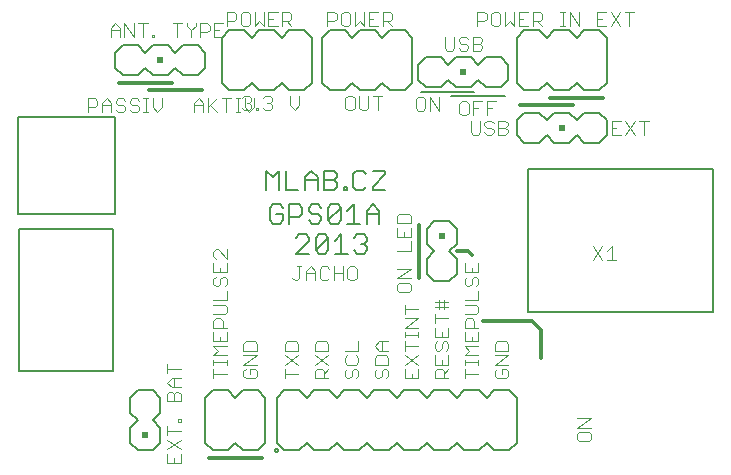
<source format=gbr>
G75*
G70*
%OFA0B0*%
%FSLAX24Y24*%
%IPPOS*%
%LPD*%
%AMOC8*
5,1,8,0,0,1.08239X$1,22.5*
%
%ADD10C,0.0040*%
%ADD11C,0.0120*%
%ADD12C,0.0060*%
%ADD13C,0.0079*%
%ADD14C,0.0050*%
%ADD15R,0.0200X0.0200*%
D10*
X014551Y000855D02*
X015011Y000855D01*
X015011Y001162D01*
X015011Y001315D02*
X014551Y001622D01*
X014551Y001776D02*
X014551Y002083D01*
X014551Y001929D02*
X015011Y001929D01*
X015011Y002236D02*
X014934Y002236D01*
X014934Y002313D01*
X015011Y002313D01*
X015011Y002236D01*
X015011Y001622D02*
X014551Y001315D01*
X014551Y001162D02*
X014551Y000855D01*
X014781Y000855D02*
X014781Y001008D01*
X014781Y002927D02*
X014781Y003157D01*
X014858Y003234D01*
X014934Y003234D01*
X015011Y003157D01*
X015011Y002927D01*
X014551Y002927D01*
X014551Y003157D01*
X014627Y003234D01*
X014704Y003234D01*
X014781Y003157D01*
X014781Y003387D02*
X014781Y003694D01*
X014704Y003694D02*
X015011Y003694D01*
X015011Y003387D02*
X014704Y003387D01*
X014551Y003541D01*
X014704Y003694D01*
X014551Y003848D02*
X014551Y004154D01*
X014551Y004001D02*
X015011Y004001D01*
X016101Y003987D02*
X016101Y003680D01*
X016101Y003833D02*
X016561Y003833D01*
X016561Y004140D02*
X016561Y004294D01*
X016561Y004217D02*
X016101Y004217D01*
X016101Y004140D02*
X016101Y004294D01*
X016101Y004447D02*
X016254Y004601D01*
X016101Y004754D01*
X016561Y004754D01*
X016561Y004908D02*
X016101Y004908D01*
X016101Y005215D01*
X016101Y005368D02*
X016101Y005598D01*
X016177Y005675D01*
X016331Y005675D01*
X016408Y005598D01*
X016408Y005368D01*
X016561Y005368D02*
X016101Y005368D01*
X016331Y005061D02*
X016331Y004908D01*
X016561Y004908D02*
X016561Y005215D01*
X017101Y004831D02*
X017101Y004601D01*
X017561Y004601D01*
X017561Y004831D01*
X017484Y004908D01*
X017177Y004908D01*
X017101Y004831D01*
X017101Y004447D02*
X017561Y004447D01*
X017101Y004140D01*
X017561Y004140D01*
X017484Y003987D02*
X017331Y003987D01*
X017331Y003833D01*
X017484Y003680D02*
X017177Y003680D01*
X017101Y003757D01*
X017101Y003910D01*
X017177Y003987D01*
X017484Y003987D02*
X017561Y003910D01*
X017561Y003757D01*
X017484Y003680D01*
X018476Y003680D02*
X018476Y003987D01*
X018476Y004140D02*
X018936Y004447D01*
X018936Y004601D02*
X018476Y004601D01*
X018476Y004831D01*
X018552Y004908D01*
X018859Y004908D01*
X018936Y004831D01*
X018936Y004601D01*
X018936Y004140D02*
X018476Y004447D01*
X018476Y003833D02*
X018936Y003833D01*
X019476Y003910D02*
X019476Y003680D01*
X019936Y003680D01*
X019783Y003680D02*
X019783Y003910D01*
X019706Y003987D01*
X019552Y003987D01*
X019476Y003910D01*
X019476Y004140D02*
X019936Y004447D01*
X019936Y004601D02*
X019476Y004601D01*
X019476Y004831D01*
X019552Y004908D01*
X019859Y004908D01*
X019936Y004831D01*
X019936Y004601D01*
X019936Y004140D02*
X019476Y004447D01*
X019936Y003987D02*
X019783Y003833D01*
X020476Y003757D02*
X020552Y003680D01*
X020629Y003680D01*
X020706Y003757D01*
X020706Y003910D01*
X020783Y003987D01*
X020859Y003987D01*
X020936Y003910D01*
X020936Y003757D01*
X020859Y003680D01*
X020476Y003757D02*
X020476Y003910D01*
X020552Y003987D01*
X020552Y004140D02*
X020859Y004140D01*
X020936Y004217D01*
X020936Y004371D01*
X020859Y004447D01*
X020936Y004601D02*
X020476Y004601D01*
X020552Y004447D02*
X020476Y004371D01*
X020476Y004217D01*
X020552Y004140D01*
X020936Y004601D02*
X020936Y004908D01*
X021476Y004754D02*
X021629Y004908D01*
X021936Y004908D01*
X021706Y004908D02*
X021706Y004601D01*
X021629Y004601D02*
X021936Y004601D01*
X021859Y004447D02*
X021552Y004447D01*
X021476Y004371D01*
X021476Y004140D01*
X021936Y004140D01*
X021936Y004371D01*
X021859Y004447D01*
X021629Y004601D02*
X021476Y004754D01*
X021552Y003987D02*
X021476Y003910D01*
X021476Y003757D01*
X021552Y003680D01*
X021629Y003680D01*
X021706Y003757D01*
X021706Y003910D01*
X021783Y003987D01*
X021859Y003987D01*
X021936Y003910D01*
X021936Y003757D01*
X021859Y003680D01*
X022476Y003680D02*
X022476Y003987D01*
X022476Y004140D02*
X022936Y004447D01*
X022936Y004140D02*
X022476Y004447D01*
X022476Y004601D02*
X022476Y004908D01*
X022476Y005061D02*
X022476Y005215D01*
X022476Y005138D02*
X022936Y005138D01*
X022936Y005061D02*
X022936Y005215D01*
X022936Y005368D02*
X022476Y005368D01*
X022936Y005675D01*
X022476Y005675D01*
X022476Y005828D02*
X022476Y006135D01*
X022476Y005982D02*
X022936Y005982D01*
X023476Y006059D02*
X023936Y006059D01*
X023936Y006212D02*
X023476Y006212D01*
X023629Y006212D02*
X023629Y006289D01*
X023629Y006212D02*
X023629Y005982D01*
X023783Y005982D02*
X023783Y006289D01*
X024476Y006289D02*
X024936Y006289D01*
X024936Y006596D01*
X024859Y006749D02*
X024936Y006826D01*
X024936Y006979D01*
X024859Y007056D01*
X024783Y007056D01*
X024706Y006979D01*
X024706Y006826D01*
X024629Y006749D01*
X024552Y006749D01*
X024476Y006826D01*
X024476Y006979D01*
X024552Y007056D01*
X024476Y007210D02*
X024936Y007210D01*
X024936Y007517D01*
X024706Y007363D02*
X024706Y007210D01*
X024476Y007210D02*
X024476Y007517D01*
X022686Y007322D02*
X022226Y007322D01*
X022226Y007015D02*
X022686Y007322D01*
X022686Y007015D02*
X022226Y007015D01*
X022302Y006862D02*
X022226Y006785D01*
X022226Y006632D01*
X022302Y006555D01*
X022609Y006555D01*
X022686Y006632D01*
X022686Y006785D01*
X022609Y006862D01*
X022302Y006862D01*
X020874Y007032D02*
X020874Y007339D01*
X020798Y007415D01*
X020644Y007415D01*
X020568Y007339D01*
X020568Y007032D01*
X020644Y006955D01*
X020798Y006955D01*
X020874Y007032D01*
X020414Y006955D02*
X020414Y007415D01*
X020414Y007185D02*
X020107Y007185D01*
X019954Y007032D02*
X019877Y006955D01*
X019723Y006955D01*
X019647Y007032D01*
X019647Y007339D01*
X019723Y007415D01*
X019877Y007415D01*
X019954Y007339D01*
X020107Y007415D02*
X020107Y006955D01*
X019493Y006955D02*
X019493Y007262D01*
X019340Y007415D01*
X019186Y007262D01*
X019186Y006955D01*
X019186Y007185D02*
X019493Y007185D01*
X019033Y007415D02*
X018879Y007415D01*
X018956Y007415D02*
X018956Y007032D01*
X018879Y006955D01*
X018803Y006955D01*
X018726Y007032D01*
X016561Y006979D02*
X016561Y006826D01*
X016484Y006749D01*
X016561Y006596D02*
X016561Y006289D01*
X016101Y006289D01*
X016101Y006135D02*
X016484Y006135D01*
X016561Y006059D01*
X016561Y005905D01*
X016484Y005828D01*
X016101Y005828D01*
X016177Y006749D02*
X016254Y006749D01*
X016331Y006826D01*
X016331Y006979D01*
X016408Y007056D01*
X016484Y007056D01*
X016561Y006979D01*
X016561Y007210D02*
X016101Y007210D01*
X016101Y007517D01*
X016177Y007670D02*
X016101Y007747D01*
X016101Y007900D01*
X016177Y007977D01*
X016254Y007977D01*
X016561Y007670D01*
X016561Y007977D01*
X016561Y007517D02*
X016561Y007210D01*
X016331Y007210D02*
X016331Y007363D01*
X016177Y007056D02*
X016101Y006979D01*
X016101Y006826D01*
X016177Y006749D01*
X016101Y004447D02*
X016561Y004447D01*
X022226Y007936D02*
X022686Y007936D01*
X022686Y008243D01*
X022686Y008397D02*
X022686Y008703D01*
X022686Y008857D02*
X022686Y009087D01*
X022609Y009164D01*
X022302Y009164D01*
X022226Y009087D01*
X022226Y008857D01*
X022686Y008857D01*
X022456Y008550D02*
X022456Y008397D01*
X022226Y008397D02*
X022686Y008397D01*
X022226Y008397D02*
X022226Y008703D01*
X024476Y006135D02*
X024859Y006135D01*
X024936Y006059D01*
X024936Y005905D01*
X024859Y005828D01*
X024476Y005828D01*
X024552Y005675D02*
X024706Y005675D01*
X024783Y005598D01*
X024783Y005368D01*
X024936Y005368D02*
X024476Y005368D01*
X024476Y005598D01*
X024552Y005675D01*
X023936Y005675D02*
X023476Y005675D01*
X023476Y005522D02*
X023476Y005828D01*
X023476Y005368D02*
X023476Y005061D01*
X023936Y005061D01*
X023936Y005368D01*
X023706Y005215D02*
X023706Y005061D01*
X023783Y004908D02*
X023859Y004908D01*
X023936Y004831D01*
X023936Y004678D01*
X023859Y004601D01*
X023706Y004678D02*
X023706Y004831D01*
X023783Y004908D01*
X023552Y004908D02*
X023476Y004831D01*
X023476Y004678D01*
X023552Y004601D01*
X023629Y004601D01*
X023706Y004678D01*
X023936Y004447D02*
X023936Y004140D01*
X023476Y004140D01*
X023476Y004447D01*
X023706Y004294D02*
X023706Y004140D01*
X023706Y003987D02*
X023783Y003910D01*
X023783Y003680D01*
X023936Y003680D02*
X023476Y003680D01*
X023476Y003910D01*
X023552Y003987D01*
X023706Y003987D01*
X023783Y003833D02*
X023936Y003987D01*
X024476Y003987D02*
X024476Y003680D01*
X024476Y003833D02*
X024936Y003833D01*
X024936Y004140D02*
X024936Y004294D01*
X024936Y004217D02*
X024476Y004217D01*
X024476Y004140D02*
X024476Y004294D01*
X024476Y004447D02*
X024629Y004601D01*
X024476Y004754D01*
X024936Y004754D01*
X024936Y004908D02*
X024476Y004908D01*
X024476Y005215D01*
X024706Y005061D02*
X024706Y004908D01*
X024936Y004908D02*
X024936Y005215D01*
X025476Y004831D02*
X025476Y004601D01*
X025936Y004601D01*
X025936Y004831D01*
X025859Y004908D01*
X025552Y004908D01*
X025476Y004831D01*
X025476Y004447D02*
X025936Y004447D01*
X025476Y004140D01*
X025936Y004140D01*
X025859Y003987D02*
X025706Y003987D01*
X025706Y003833D01*
X025859Y003680D02*
X025936Y003757D01*
X025936Y003910D01*
X025859Y003987D01*
X025552Y003987D02*
X025476Y003910D01*
X025476Y003757D01*
X025552Y003680D01*
X025859Y003680D01*
X024936Y004447D02*
X024476Y004447D01*
X022936Y004754D02*
X022476Y004754D01*
X022936Y003987D02*
X022936Y003680D01*
X022476Y003680D01*
X022706Y003680D02*
X022706Y003833D01*
X028226Y002347D02*
X028686Y002347D01*
X028226Y002040D01*
X028686Y002040D01*
X028609Y001887D02*
X028686Y001810D01*
X028686Y001657D01*
X028609Y001580D01*
X028302Y001580D01*
X028226Y001657D01*
X028226Y001810D01*
X028302Y001887D01*
X028609Y001887D01*
X028760Y007619D02*
X029067Y008079D01*
X029221Y007926D02*
X029374Y008079D01*
X029374Y007619D01*
X029221Y007619D02*
X029528Y007619D01*
X029067Y007619D02*
X028760Y008079D01*
X029376Y011805D02*
X029683Y011805D01*
X029836Y011805D02*
X030143Y012265D01*
X030297Y012265D02*
X030604Y012265D01*
X030450Y012265D02*
X030450Y011805D01*
X030143Y011805D02*
X029836Y012265D01*
X029683Y012265D02*
X029376Y012265D01*
X029376Y011805D01*
X029376Y012035D02*
X029529Y012035D01*
X025904Y011958D02*
X025904Y011882D01*
X025827Y011805D01*
X025597Y011805D01*
X025597Y012265D01*
X025827Y012265D01*
X025904Y012189D01*
X025904Y012112D01*
X025827Y012035D01*
X025597Y012035D01*
X025443Y011958D02*
X025443Y011882D01*
X025367Y011805D01*
X025213Y011805D01*
X025136Y011882D01*
X024983Y011882D02*
X024983Y012265D01*
X025136Y012189D02*
X025136Y012112D01*
X025213Y012035D01*
X025367Y012035D01*
X025443Y011958D01*
X025443Y012189D02*
X025367Y012265D01*
X025213Y012265D01*
X025136Y012189D01*
X025222Y012455D02*
X025222Y012915D01*
X025529Y012915D01*
X025375Y012685D02*
X025222Y012685D01*
X025068Y012915D02*
X024761Y012915D01*
X024761Y012455D01*
X024608Y012532D02*
X024608Y012839D01*
X024531Y012915D01*
X024378Y012915D01*
X024301Y012839D01*
X024301Y012532D01*
X024378Y012455D01*
X024531Y012455D01*
X024608Y012532D01*
X024761Y012685D02*
X024915Y012685D01*
X024676Y012265D02*
X024676Y011882D01*
X024753Y011805D01*
X024906Y011805D01*
X024983Y011882D01*
X025827Y012035D02*
X025904Y011958D01*
X023618Y012605D02*
X023618Y013065D01*
X023311Y013065D02*
X023618Y012605D01*
X023311Y012605D02*
X023311Y013065D01*
X023158Y012989D02*
X023081Y013065D01*
X022928Y013065D01*
X022851Y012989D01*
X022851Y012682D01*
X022928Y012605D01*
X023081Y012605D01*
X023158Y012682D01*
X023158Y012989D01*
X021729Y013090D02*
X021422Y013090D01*
X021575Y013090D02*
X021575Y012630D01*
X021268Y012707D02*
X021268Y013090D01*
X020961Y013090D02*
X020961Y012707D01*
X021038Y012630D01*
X021192Y012630D01*
X021268Y012707D01*
X020808Y012707D02*
X020808Y013014D01*
X020731Y013090D01*
X020578Y013090D01*
X020501Y013014D01*
X020501Y012707D01*
X020578Y012630D01*
X020731Y012630D01*
X020808Y012707D01*
X018969Y012783D02*
X018816Y012630D01*
X018662Y012783D01*
X018662Y013090D01*
X018969Y013090D02*
X018969Y012783D01*
X018048Y012783D02*
X018048Y012707D01*
X017972Y012630D01*
X017818Y012630D01*
X017742Y012707D01*
X017588Y012707D02*
X017588Y012630D01*
X017511Y012630D01*
X017511Y012707D01*
X017588Y012707D01*
X017451Y012708D02*
X017451Y013015D01*
X017358Y013014D02*
X017358Y012937D01*
X017281Y012860D01*
X017358Y012783D01*
X017358Y012707D01*
X017281Y012630D01*
X017128Y012630D01*
X017051Y012707D01*
X017144Y012708D02*
X017297Y012555D01*
X017451Y012708D01*
X017281Y012860D02*
X017204Y012860D01*
X017144Y012708D02*
X017144Y013015D01*
X017128Y013090D02*
X017281Y013090D01*
X017358Y013014D01*
X017128Y013090D02*
X017051Y013014D01*
X016990Y013015D02*
X016837Y013015D01*
X016914Y013015D02*
X016914Y012555D01*
X016990Y012555D02*
X016837Y012555D01*
X016530Y012555D02*
X016530Y013015D01*
X016683Y013015D02*
X016376Y013015D01*
X016223Y013015D02*
X015916Y012708D01*
X015993Y012785D02*
X016223Y012555D01*
X015916Y012555D02*
X015916Y013015D01*
X015763Y012862D02*
X015763Y012555D01*
X015763Y012785D02*
X015456Y012785D01*
X015456Y012862D02*
X015609Y013015D01*
X015763Y012862D01*
X015456Y012862D02*
X015456Y012555D01*
X014381Y012708D02*
X014381Y013015D01*
X014074Y013015D02*
X014074Y012708D01*
X014228Y012555D01*
X014381Y012708D01*
X013921Y012555D02*
X013768Y012555D01*
X013844Y012555D02*
X013844Y013015D01*
X013768Y013015D02*
X013921Y013015D01*
X013614Y012939D02*
X013537Y013015D01*
X013384Y013015D01*
X013307Y012939D01*
X013307Y012862D01*
X013384Y012785D01*
X013537Y012785D01*
X013614Y012708D01*
X013614Y012632D01*
X013537Y012555D01*
X013384Y012555D01*
X013307Y012632D01*
X013154Y012632D02*
X013077Y012555D01*
X012923Y012555D01*
X012847Y012632D01*
X012923Y012785D02*
X013077Y012785D01*
X013154Y012708D01*
X013154Y012632D01*
X012923Y012785D02*
X012847Y012862D01*
X012847Y012939D01*
X012923Y013015D01*
X013077Y013015D01*
X013154Y012939D01*
X012693Y012862D02*
X012693Y012555D01*
X012693Y012785D02*
X012386Y012785D01*
X012386Y012862D02*
X012540Y013015D01*
X012693Y012862D01*
X012386Y012862D02*
X012386Y012555D01*
X012233Y012785D02*
X012156Y012708D01*
X011926Y012708D01*
X011926Y012555D02*
X011926Y013015D01*
X012156Y013015D01*
X012233Y012939D01*
X012233Y012785D01*
X012676Y015055D02*
X012676Y015362D01*
X012829Y015515D01*
X012983Y015362D01*
X012983Y015055D01*
X013136Y015055D02*
X013136Y015515D01*
X013443Y015055D01*
X013443Y015515D01*
X013597Y015515D02*
X013904Y015515D01*
X013750Y015515D02*
X013750Y015055D01*
X014057Y015055D02*
X014134Y015055D01*
X014134Y015132D01*
X014057Y015132D01*
X014057Y015055D01*
X014748Y015515D02*
X015055Y015515D01*
X015208Y015515D02*
X015208Y015439D01*
X015362Y015285D01*
X015362Y015055D01*
X015362Y015285D02*
X015515Y015439D01*
X015515Y015515D01*
X015669Y015515D02*
X015899Y015515D01*
X015975Y015439D01*
X015975Y015285D01*
X015899Y015208D01*
X015669Y015208D01*
X015669Y015055D02*
X015669Y015515D01*
X016129Y015515D02*
X016129Y015055D01*
X016436Y015055D01*
X016282Y015285D02*
X016129Y015285D01*
X016129Y015515D02*
X016436Y015515D01*
X016551Y015583D02*
X016781Y015583D01*
X016858Y015660D01*
X016858Y015814D01*
X016781Y015890D01*
X016551Y015890D01*
X016551Y015430D01*
X017011Y015507D02*
X017011Y015814D01*
X017088Y015890D01*
X017242Y015890D01*
X017318Y015814D01*
X017318Y015507D01*
X017242Y015430D01*
X017088Y015430D01*
X017011Y015507D01*
X017472Y015430D02*
X017625Y015583D01*
X017779Y015430D01*
X017779Y015890D01*
X017932Y015890D02*
X017932Y015430D01*
X018239Y015430D01*
X018393Y015430D02*
X018393Y015890D01*
X018623Y015890D01*
X018699Y015814D01*
X018699Y015660D01*
X018623Y015583D01*
X018393Y015583D01*
X018546Y015583D02*
X018699Y015430D01*
X018086Y015660D02*
X017932Y015660D01*
X017932Y015890D02*
X018239Y015890D01*
X017472Y015890D02*
X017472Y015430D01*
X019901Y015430D02*
X019901Y015890D01*
X020131Y015890D01*
X020208Y015814D01*
X020208Y015660D01*
X020131Y015583D01*
X019901Y015583D01*
X020361Y015507D02*
X020438Y015430D01*
X020592Y015430D01*
X020668Y015507D01*
X020668Y015814D01*
X020592Y015890D01*
X020438Y015890D01*
X020361Y015814D01*
X020361Y015507D01*
X020822Y015430D02*
X020975Y015583D01*
X021129Y015430D01*
X021129Y015890D01*
X021282Y015890D02*
X021282Y015430D01*
X021589Y015430D01*
X021743Y015430D02*
X021743Y015890D01*
X021973Y015890D01*
X022049Y015814D01*
X022049Y015660D01*
X021973Y015583D01*
X021743Y015583D01*
X021896Y015583D02*
X022049Y015430D01*
X021436Y015660D02*
X021282Y015660D01*
X021282Y015890D02*
X021589Y015890D01*
X020822Y015890D02*
X020822Y015430D01*
X023820Y015065D02*
X023820Y014682D01*
X023897Y014605D01*
X024050Y014605D01*
X024127Y014682D01*
X024127Y015065D01*
X024280Y014989D02*
X024280Y014912D01*
X024357Y014835D01*
X024510Y014835D01*
X024587Y014758D01*
X024587Y014682D01*
X024510Y014605D01*
X024357Y014605D01*
X024280Y014682D01*
X024280Y014989D02*
X024357Y015065D01*
X024510Y015065D01*
X024587Y014989D01*
X024741Y015065D02*
X024971Y015065D01*
X025048Y014989D01*
X025048Y014912D01*
X024971Y014835D01*
X024741Y014835D01*
X024971Y014835D02*
X025048Y014758D01*
X025048Y014682D01*
X024971Y014605D01*
X024741Y014605D01*
X024741Y015065D01*
X024901Y015430D02*
X024901Y015890D01*
X025131Y015890D01*
X025208Y015814D01*
X025208Y015660D01*
X025131Y015583D01*
X024901Y015583D01*
X025361Y015507D02*
X025438Y015430D01*
X025592Y015430D01*
X025668Y015507D01*
X025668Y015814D01*
X025592Y015890D01*
X025438Y015890D01*
X025361Y015814D01*
X025361Y015507D01*
X025822Y015430D02*
X025975Y015583D01*
X026129Y015430D01*
X026129Y015890D01*
X026282Y015890D02*
X026282Y015430D01*
X026589Y015430D01*
X026743Y015430D02*
X026743Y015890D01*
X026973Y015890D01*
X027049Y015814D01*
X027049Y015660D01*
X026973Y015583D01*
X026743Y015583D01*
X026896Y015583D02*
X027049Y015430D01*
X027663Y015430D02*
X027817Y015430D01*
X027740Y015430D02*
X027740Y015890D01*
X027663Y015890D02*
X027817Y015890D01*
X027970Y015890D02*
X028277Y015430D01*
X028277Y015890D01*
X027970Y015890D02*
X027970Y015430D01*
X028891Y015430D02*
X028891Y015890D01*
X029198Y015890D01*
X029351Y015890D02*
X029658Y015430D01*
X029351Y015430D02*
X029658Y015890D01*
X029812Y015890D02*
X030119Y015890D01*
X029965Y015890D02*
X029965Y015430D01*
X029198Y015430D02*
X028891Y015430D01*
X028891Y015660D02*
X029045Y015660D01*
X026589Y015890D02*
X026282Y015890D01*
X026282Y015660D02*
X026436Y015660D01*
X025822Y015890D02*
X025822Y015430D01*
X018048Y013014D02*
X018048Y012937D01*
X017972Y012860D01*
X018048Y012783D01*
X017972Y012860D02*
X017895Y012860D01*
X017742Y013014D02*
X017818Y013090D01*
X017972Y013090D01*
X018048Y013014D01*
X014901Y015055D02*
X014901Y015515D01*
X012983Y015285D02*
X012676Y015285D01*
D11*
X012956Y013535D02*
X014706Y013535D01*
X013956Y013285D02*
X015706Y013285D01*
X022956Y008785D02*
X022956Y007035D01*
X024206Y007910D02*
X024581Y007910D01*
X024706Y007785D01*
X025081Y005585D02*
X026731Y005585D01*
X027031Y005285D01*
X027031Y004360D01*
X017706Y001035D02*
X015956Y001035D01*
X026331Y012785D02*
X028081Y012785D01*
X027331Y013035D02*
X029081Y013035D01*
D12*
X028956Y013285D02*
X029206Y013535D01*
X029206Y015035D01*
X028956Y015285D01*
X028456Y015285D01*
X028206Y015035D01*
X027956Y015285D01*
X027456Y015285D01*
X027206Y015035D01*
X026956Y015285D01*
X026456Y015285D01*
X026206Y015035D01*
X026206Y013535D01*
X026456Y013285D01*
X026956Y013285D01*
X027206Y013535D01*
X027456Y013285D01*
X027956Y013285D01*
X028206Y013535D01*
X028456Y013285D01*
X028956Y013285D01*
X028956Y012535D02*
X028456Y012535D01*
X028206Y012285D01*
X027956Y012535D01*
X027456Y012535D01*
X027206Y012285D01*
X026956Y012535D01*
X026456Y012535D01*
X026206Y012285D01*
X026206Y011785D01*
X026456Y011535D01*
X026956Y011535D01*
X027206Y011785D01*
X027456Y011535D01*
X027956Y011535D01*
X028206Y011785D01*
X028456Y011535D01*
X028956Y011535D01*
X029206Y011785D01*
X029206Y012285D01*
X028956Y012535D01*
X025931Y013635D02*
X025681Y013385D01*
X025181Y013385D01*
X024931Y013635D01*
X024681Y013385D01*
X024181Y013385D01*
X023931Y013635D01*
X023681Y013385D01*
X023181Y013385D01*
X022931Y013635D01*
X022931Y014135D01*
X023181Y014385D01*
X023681Y014385D01*
X023931Y014135D01*
X024181Y014385D01*
X024681Y014385D01*
X024931Y014135D01*
X025181Y014385D01*
X025681Y014385D01*
X025931Y014135D01*
X025931Y013635D01*
X022731Y013535D02*
X022481Y013285D01*
X021981Y013285D01*
X021731Y013535D01*
X021481Y013285D01*
X020981Y013285D01*
X020731Y013535D01*
X020481Y013285D01*
X019981Y013285D01*
X019731Y013535D01*
X019731Y015035D01*
X019981Y015285D01*
X020481Y015285D01*
X020731Y015035D01*
X020981Y015285D01*
X021481Y015285D01*
X021731Y015035D01*
X021981Y015285D01*
X022481Y015285D01*
X022731Y015035D01*
X022731Y013535D01*
X019381Y013535D02*
X019381Y015035D01*
X019131Y015285D01*
X018631Y015285D01*
X018381Y015035D01*
X018131Y015285D01*
X017631Y015285D01*
X017381Y015035D01*
X017131Y015285D01*
X016631Y015285D01*
X016381Y015035D01*
X016381Y013535D01*
X016631Y013285D01*
X017131Y013285D01*
X017381Y013535D01*
X017631Y013285D01*
X018131Y013285D01*
X018381Y013535D01*
X018631Y013285D01*
X019131Y013285D01*
X019381Y013535D01*
X015831Y014035D02*
X015831Y014535D01*
X015581Y014785D01*
X015081Y014785D01*
X014831Y014535D01*
X014581Y014785D01*
X014081Y014785D01*
X013831Y014535D01*
X013581Y014785D01*
X013081Y014785D01*
X012831Y014535D01*
X012831Y014035D01*
X013081Y013785D01*
X013581Y013785D01*
X013831Y014035D01*
X014081Y013785D01*
X014581Y013785D01*
X014831Y014035D01*
X015081Y013785D01*
X015581Y013785D01*
X015831Y014035D01*
X017861Y010606D02*
X018074Y010392D01*
X018288Y010606D01*
X018288Y009965D01*
X018506Y009965D02*
X018933Y009965D01*
X019150Y009965D02*
X019150Y010392D01*
X019364Y010606D01*
X019577Y010392D01*
X019577Y009965D01*
X019795Y009965D02*
X020115Y009965D01*
X020222Y010072D01*
X020222Y010179D01*
X020115Y010285D01*
X019795Y010285D01*
X019577Y010285D02*
X019150Y010285D01*
X018506Y010606D02*
X018506Y009965D01*
X018631Y009481D02*
X018951Y009481D01*
X019058Y009374D01*
X019058Y009160D01*
X018951Y009054D01*
X018631Y009054D01*
X018631Y008840D02*
X018631Y009481D01*
X018413Y009374D02*
X018306Y009481D01*
X018093Y009481D01*
X017986Y009374D01*
X017986Y008947D01*
X018093Y008840D01*
X018306Y008840D01*
X018413Y008947D01*
X018413Y009160D01*
X018199Y009160D01*
X018968Y008481D02*
X018861Y008374D01*
X018968Y008481D02*
X019181Y008481D01*
X019288Y008374D01*
X019288Y008267D01*
X018861Y007840D01*
X019288Y007840D01*
X019506Y007947D02*
X019933Y008374D01*
X019933Y007947D01*
X019826Y007840D01*
X019612Y007840D01*
X019506Y007947D01*
X019506Y008374D01*
X019612Y008481D01*
X019826Y008481D01*
X019933Y008374D01*
X020150Y008267D02*
X020364Y008481D01*
X020364Y007840D01*
X020577Y007840D02*
X020150Y007840D01*
X020795Y007947D02*
X020901Y007840D01*
X021115Y007840D01*
X021222Y007947D01*
X021222Y008054D01*
X021115Y008160D01*
X021008Y008160D01*
X021115Y008160D02*
X021222Y008267D01*
X021222Y008374D01*
X021115Y008481D01*
X020901Y008481D01*
X020795Y008374D01*
X020778Y008840D02*
X020778Y009481D01*
X020564Y009267D01*
X020347Y009374D02*
X019920Y008947D01*
X020026Y008840D01*
X020240Y008840D01*
X020347Y008947D01*
X020347Y009374D01*
X020240Y009481D01*
X020026Y009481D01*
X019920Y009374D01*
X019920Y008947D01*
X019702Y008947D02*
X019595Y008840D01*
X019382Y008840D01*
X019275Y008947D01*
X019382Y009160D02*
X019595Y009160D01*
X019702Y009054D01*
X019702Y008947D01*
X019382Y009160D02*
X019275Y009267D01*
X019275Y009374D01*
X019382Y009481D01*
X019595Y009481D01*
X019702Y009374D01*
X020564Y008840D02*
X020991Y008840D01*
X021209Y008840D02*
X021209Y009267D01*
X021422Y009481D01*
X021636Y009267D01*
X021636Y008840D01*
X021636Y009160D02*
X021209Y009160D01*
X021082Y009965D02*
X020868Y009965D01*
X020761Y010072D01*
X020761Y010499D01*
X020868Y010606D01*
X021082Y010606D01*
X021188Y010499D01*
X021406Y010606D02*
X021833Y010606D01*
X021833Y010499D01*
X021406Y010072D01*
X021406Y009965D01*
X021833Y009965D01*
X021188Y010072D02*
X021082Y009965D01*
X020546Y009965D02*
X020439Y009965D01*
X020439Y010072D01*
X020546Y010072D01*
X020546Y009965D01*
X020222Y010392D02*
X020115Y010285D01*
X020222Y010392D02*
X020222Y010499D01*
X020115Y010606D01*
X019795Y010606D01*
X019795Y009965D01*
X017861Y009965D02*
X017861Y010606D01*
X023206Y008660D02*
X023206Y008160D01*
X023456Y007910D01*
X023206Y007660D01*
X023206Y007160D01*
X023456Y006910D01*
X023956Y006910D01*
X024206Y007160D01*
X024206Y007660D01*
X023956Y007910D01*
X024206Y008160D01*
X024206Y008660D01*
X023956Y008910D01*
X023456Y008910D01*
X023206Y008660D01*
X023456Y003285D02*
X023956Y003285D01*
X024206Y003035D01*
X024456Y003285D01*
X024956Y003285D01*
X025206Y003035D01*
X025456Y003285D01*
X025956Y003285D01*
X026206Y003035D01*
X026206Y001535D01*
X025956Y001285D01*
X025456Y001285D01*
X025206Y001535D01*
X024956Y001285D01*
X024456Y001285D01*
X024206Y001535D01*
X023956Y001285D01*
X023456Y001285D01*
X023206Y001535D01*
X022956Y001285D01*
X022456Y001285D01*
X022206Y001535D01*
X021956Y001285D01*
X021456Y001285D01*
X021206Y001535D01*
X020956Y001285D01*
X020456Y001285D01*
X020206Y001535D01*
X019956Y001285D01*
X019456Y001285D01*
X019206Y001535D01*
X018956Y001285D01*
X018456Y001285D01*
X018206Y001535D01*
X018206Y003035D01*
X018456Y003285D01*
X018956Y003285D01*
X019206Y003035D01*
X019456Y003285D01*
X019956Y003285D01*
X020206Y003035D01*
X020456Y003285D01*
X020956Y003285D01*
X021206Y003035D01*
X021456Y003285D01*
X021956Y003285D01*
X022206Y003035D01*
X022456Y003285D01*
X022956Y003285D01*
X023206Y003035D01*
X023456Y003285D01*
X017831Y003035D02*
X017831Y001535D01*
X017581Y001285D01*
X017081Y001285D01*
X016831Y001535D01*
X016581Y001285D01*
X016081Y001285D01*
X015831Y001535D01*
X015831Y003035D01*
X016081Y003285D01*
X016581Y003285D01*
X016831Y003035D01*
X017081Y003285D01*
X017581Y003285D01*
X017831Y003035D01*
X014331Y003035D02*
X014331Y002535D01*
X014081Y002285D01*
X014331Y002035D01*
X014331Y001535D01*
X014081Y001285D01*
X013581Y001285D01*
X013331Y001535D01*
X013331Y002035D01*
X013581Y002285D01*
X013331Y002535D01*
X013331Y003035D01*
X013581Y003285D01*
X014081Y003285D01*
X014331Y003035D01*
D13*
X024031Y013085D02*
X025831Y013085D01*
X024781Y013235D02*
X023031Y013235D01*
D14*
X009606Y008647D02*
X009606Y003923D01*
X012755Y003923D01*
X012755Y008647D01*
X009606Y008647D01*
X009592Y009171D02*
X009592Y012399D01*
X012820Y012399D01*
X012820Y009171D01*
X009592Y009171D01*
X018156Y001285D02*
X018158Y001298D01*
X018163Y001311D01*
X018172Y001322D01*
X018183Y001329D01*
X018196Y001334D01*
X018209Y001335D01*
X018223Y001332D01*
X018235Y001326D01*
X018245Y001317D01*
X018252Y001305D01*
X018256Y001292D01*
X018256Y001278D01*
X018252Y001265D01*
X018245Y001253D01*
X018235Y001244D01*
X018223Y001238D01*
X018209Y001235D01*
X018196Y001236D01*
X018183Y001241D01*
X018172Y001248D01*
X018163Y001259D01*
X018158Y001272D01*
X018156Y001285D01*
X026580Y005903D02*
X032761Y005903D01*
X032761Y010667D01*
X026580Y010667D01*
X026580Y005903D01*
D15*
X023706Y008410D03*
X027706Y012035D03*
X024431Y013885D03*
X014331Y014285D03*
X013831Y001785D03*
M02*

</source>
